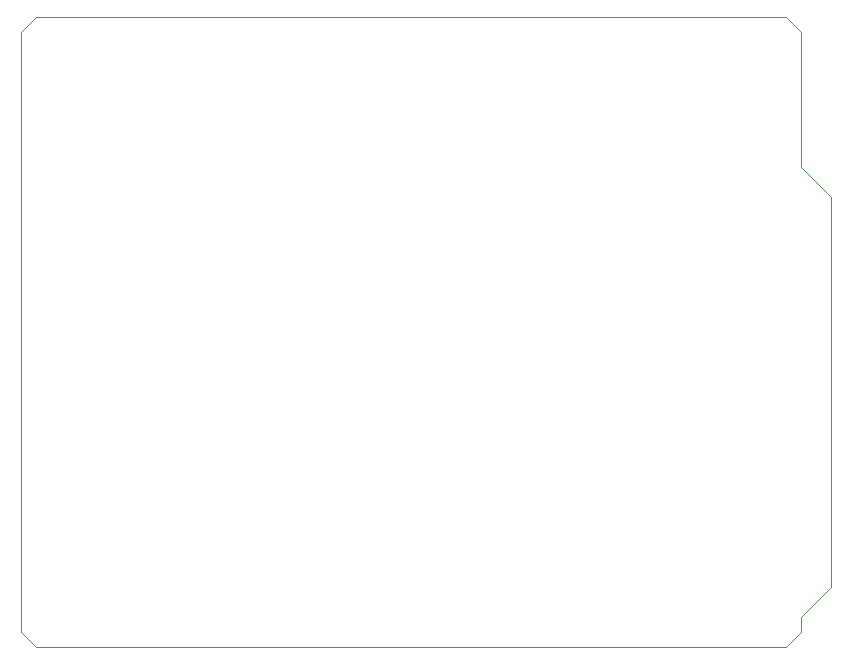
<source format=gbr>
G04 CAM350 V9.5.1 (Build 211) Date:  Fri May 13 20:41:23 2016 *
G04 Database: (Untitled) *
G04 Layer 3: STM32duino-Edge *
%FSLAX46Y46*%
%MOMM*%
%SFA1.000B1.000*%

%MIA0B0*%
%IPPOS*%
%ADD27C,0.10000*%
%LNSTM32duino-Edge*%
%LPD*%
G54D27*
X115443000Y-79629000D02*
G01Y-130429000D01*
X116713000Y-78359000D02*
G01X115443000Y-79629000D01*
X180213000Y-78359000D02*
G01X116713000D01*
X181483000Y-79629000D02*
G01X180213000Y-78359000D01*
X181483000Y-91059000D02*
G01Y-79629000D01*
X184023000Y-93599000D02*
G01X181483000Y-91059000D01*
X184023000Y-126619000D02*
G01Y-93599000D01*
X181483000Y-129159000D02*
G01X184023000Y-126619000D01*
X181483000Y-130429000D02*
G01Y-129159000D01*
X180213000Y-131699000D02*
G01X181483000Y-130429000D01*
X116713000Y-131699000D02*
G01X180213000D01*
X115443000Y-130429000D02*
G01X116713000Y-131699000D01*
M02*

</source>
